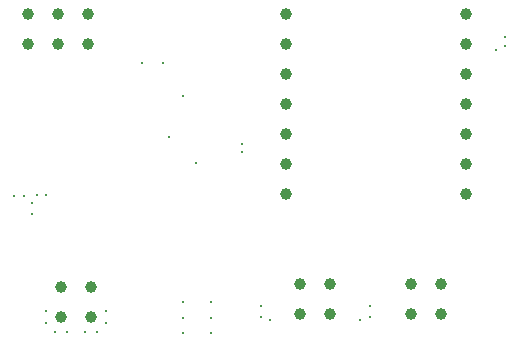
<source format=gbr>
%TF.GenerationSoftware,KiCad,Pcbnew,9.0.0*%
%TF.CreationDate,2025-05-03T14:05:28-04:00*%
%TF.ProjectId,Drone_ESC_Bridge,44726f6e-655f-4455-9343-5f4272696467,v1.1*%
%TF.SameCoordinates,Original*%
%TF.FileFunction,Plated,1,2,PTH,Drill*%
%TF.FilePolarity,Positive*%
%FSLAX46Y46*%
G04 Gerber Fmt 4.6, Leading zero omitted, Abs format (unit mm)*
G04 Created by KiCad (PCBNEW 9.0.0) date 2025-05-03 14:05:28*
%MOMM*%
%LPD*%
G01*
G04 APERTURE LIST*
%TA.AperFunction,ViaDrill*%
%ADD10C,0.300000*%
%TD*%
%TA.AperFunction,ComponentDrill*%
%ADD11C,1.000000*%
%TD*%
G04 APERTURE END LIST*
D10*
X117000000Y-122200000D03*
X117800000Y-122200000D03*
X118500000Y-122800000D03*
X118500000Y-123700000D03*
X118900000Y-122100000D03*
X119672000Y-131898000D03*
X119672000Y-132914000D03*
X119700000Y-122100000D03*
X120434000Y-133676000D03*
X121450000Y-133676000D03*
X122974000Y-133676000D03*
X123990000Y-133676000D03*
X124752000Y-131898000D03*
X124752000Y-132914000D03*
X127800000Y-110900000D03*
X129600000Y-110900000D03*
X130086000Y-117166000D03*
X131300000Y-113700000D03*
X131300000Y-131200000D03*
X131300000Y-132500000D03*
X131300000Y-133800000D03*
X132400000Y-119400000D03*
X133700000Y-131200000D03*
X133700000Y-132500000D03*
X133700000Y-133800000D03*
X136300000Y-117800000D03*
X136300000Y-118500000D03*
X137900000Y-131500000D03*
X137900000Y-132400000D03*
X138700000Y-132700000D03*
X146300000Y-132700000D03*
X147100000Y-131500000D03*
X147100000Y-132400000D03*
X157780000Y-109800000D03*
X158600000Y-108700000D03*
X158600000Y-109500000D03*
D11*
%TO.C,ESC_DEBUG1*%
X118141000Y-106755000D03*
X118141000Y-109295000D03*
X120681000Y-106755000D03*
X120681000Y-109295000D03*
%TO.C,VBUCK1*%
X120955000Y-129879000D03*
X120955000Y-132419000D03*
%TO.C,ESC_DEBUG1*%
X123221000Y-106755000D03*
X123221000Y-109295000D03*
%TO.C,VBUCK1*%
X123495000Y-129879000D03*
X123495000Y-132419000D03*
%TO.C,XIAO_L1*%
X140000000Y-106760000D03*
X140000000Y-109300000D03*
X140000000Y-111840000D03*
X140000000Y-114380000D03*
X140000000Y-116920000D03*
X140000000Y-119460000D03*
X140000000Y-122000000D03*
%TO.C,JETSON_PWR1*%
X141235000Y-129625000D03*
X141235000Y-132165000D03*
X143775000Y-129625000D03*
X143775000Y-132165000D03*
%TO.C,SPI1*%
X150635000Y-129625000D03*
X150635000Y-132165000D03*
X153175000Y-129625000D03*
X153175000Y-132165000D03*
%TO.C,XIAO_R1*%
X155240000Y-106760000D03*
X155240000Y-109300000D03*
X155240000Y-111840000D03*
X155240000Y-114380000D03*
X155240000Y-116920000D03*
X155240000Y-119460000D03*
X155240000Y-122000000D03*
M02*

</source>
